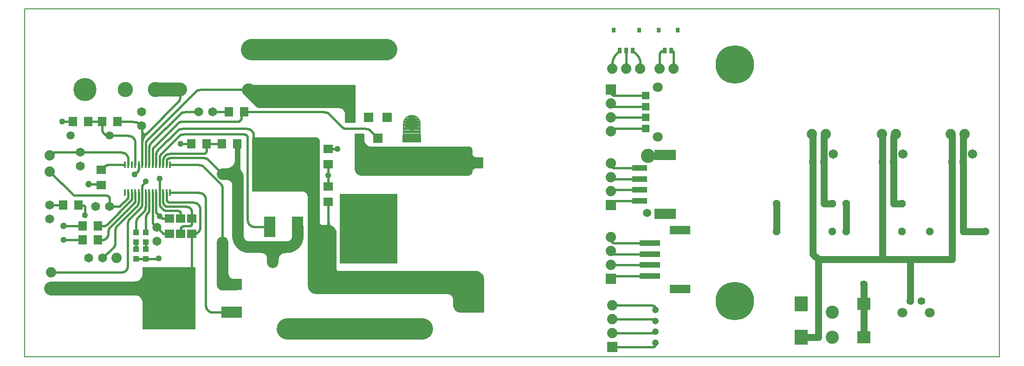
<source format=gtl>
G75*
G70*
%OFA0B0*%
%FSLAX24Y24*%
%IPPOS*%
%LPD*%
%AMOC8*
5,1,8,0,0,1.08239X$1,22.5*
%
%ADD10C,0.0050*%
%ADD11R,0.0170X0.0500*%
%ADD12R,0.0709X0.0630*%
%ADD13R,0.0630X0.0709*%
%ADD14C,0.0740*%
%ADD15C,0.0650*%
%ADD16R,0.0433X0.0433*%
%ADD17C,0.0750*%
%ADD18C,0.0594*%
%ADD19R,0.4500X0.3799*%
%ADD20R,0.0820X0.1500*%
%ADD21R,0.3799X0.4500*%
%ADD22R,0.1500X0.0820*%
%ADD23R,0.0673X0.0673*%
%ADD24C,0.1950*%
%ADD25R,0.4150X0.5000*%
%ADD26R,0.0750X0.0750*%
%ADD27R,0.1323X0.1972*%
%ADD28R,0.1323X0.0551*%
%ADD29R,0.0591X0.1535*%
%ADD30C,0.1095*%
%ADD31C,0.1660*%
%ADD32R,0.0256X0.0394*%
%ADD33R,0.0315X0.0335*%
%ADD34R,0.0555X0.0555*%
%ADD35C,0.0712*%
%ADD36R,0.1102X0.0433*%
%ADD37R,0.1535X0.0748*%
%ADD38C,0.1020*%
%ADD39R,0.1457X0.0591*%
%ADD40R,0.1457X0.0433*%
%ADD41C,0.0476*%
%ADD42R,0.0740X0.0740*%
%ADD43C,0.0555*%
%ADD44C,0.0673*%
%ADD45OC8,0.0560*%
%ADD46R,0.0945X0.1102*%
%ADD47R,0.0945X0.0900*%
%ADD48C,0.0945*%
%ADD49C,0.0160*%
%ADD50C,0.0436*%
%ADD51C,0.1000*%
%ADD52C,0.0180*%
%ADD53C,0.0080*%
%ADD54C,0.0476*%
%ADD55C,0.1540*%
%ADD56C,0.0400*%
%ADD57C,0.0820*%
%ADD58C,0.0010*%
%ADD59C,0.0500*%
%ADD60R,0.0436X0.0436*%
%ADD61C,0.2762*%
D10*
X000131Y000726D02*
X000131Y025726D01*
X070131Y025726D01*
X070131Y000726D01*
X000131Y000726D01*
X021631Y002749D02*
X021631Y002752D01*
X026031Y002749D02*
X026031Y002752D01*
X026031Y002749D02*
X026101Y002749D01*
X024351Y013776D02*
X024264Y013783D01*
X024180Y013806D01*
X024101Y013843D01*
X024030Y013893D01*
X023968Y013954D01*
X023918Y014026D01*
X023881Y014105D01*
X023859Y014189D01*
X023851Y014276D01*
X023851Y016746D01*
X024491Y016746D01*
X024491Y016316D01*
X024499Y016229D01*
X024521Y016145D01*
X024558Y016066D01*
X024608Y015994D01*
X024670Y015933D01*
X024741Y015883D01*
X024820Y015846D01*
X024904Y015823D01*
X024991Y015816D01*
X032001Y015816D01*
X032050Y015811D01*
X032097Y015797D01*
X032140Y015774D01*
X032178Y015742D01*
X032209Y015705D01*
X032232Y015661D01*
X032246Y015614D01*
X032251Y015566D01*
X032251Y015306D01*
X032256Y015257D01*
X032270Y015210D01*
X032293Y015167D01*
X032324Y015129D01*
X032362Y015098D01*
X032405Y015075D01*
X032452Y015060D01*
X032501Y015056D01*
X033011Y015056D01*
X033011Y014296D01*
X032481Y014296D01*
X032436Y014291D01*
X032393Y014278D01*
X032353Y014257D01*
X032318Y014228D01*
X032290Y014193D01*
X032269Y014154D01*
X032255Y014111D01*
X032251Y014066D01*
X032247Y014010D01*
X032231Y013956D01*
X032206Y013906D01*
X032171Y013863D01*
X032129Y013826D01*
X032080Y013799D01*
X032027Y013782D01*
X031971Y013776D01*
X024351Y013776D01*
X024262Y013784D02*
X032032Y013784D01*
X032135Y013832D02*
X024123Y013832D01*
X024046Y013881D02*
X032186Y013881D01*
X032218Y013929D02*
X023993Y013929D01*
X023951Y013978D02*
X032237Y013978D01*
X032248Y014027D02*
X023918Y014027D01*
X023895Y014075D02*
X032252Y014075D01*
X032259Y014124D02*
X023876Y014124D01*
X023863Y014172D02*
X032278Y014172D01*
X032312Y014221D02*
X023856Y014221D01*
X023852Y014269D02*
X032376Y014269D01*
X033011Y014318D02*
X023851Y014318D01*
X023851Y014366D02*
X033011Y014366D01*
X033011Y014415D02*
X023851Y014415D01*
X023851Y014463D02*
X033011Y014463D01*
X033011Y014512D02*
X023851Y014512D01*
X023851Y014561D02*
X033011Y014561D01*
X033011Y014609D02*
X023851Y014609D01*
X023851Y014658D02*
X033011Y014658D01*
X033011Y014706D02*
X023851Y014706D01*
X023851Y014755D02*
X033011Y014755D01*
X033011Y014803D02*
X023851Y014803D01*
X023851Y014852D02*
X033011Y014852D01*
X033011Y014900D02*
X023851Y014900D01*
X023851Y014949D02*
X033011Y014949D01*
X033011Y014997D02*
X023851Y014997D01*
X023851Y015046D02*
X033011Y015046D01*
X032368Y015094D02*
X023851Y015094D01*
X023851Y015143D02*
X032313Y015143D01*
X032280Y015192D02*
X023851Y015192D01*
X023851Y015240D02*
X032261Y015240D01*
X032253Y015289D02*
X023851Y015289D01*
X023851Y015337D02*
X032251Y015337D01*
X032251Y015386D02*
X023851Y015386D01*
X023851Y015434D02*
X032251Y015434D01*
X032251Y015483D02*
X023851Y015483D01*
X023851Y015531D02*
X032251Y015531D01*
X032250Y015580D02*
X023851Y015580D01*
X023851Y015628D02*
X032242Y015628D01*
X032224Y015677D02*
X023851Y015677D01*
X023851Y015726D02*
X032192Y015726D01*
X032139Y015774D02*
X023851Y015774D01*
X023851Y015823D02*
X024911Y015823D01*
X024766Y015871D02*
X023851Y015871D01*
X023851Y015920D02*
X024688Y015920D01*
X024634Y015968D02*
X023851Y015968D01*
X023851Y016017D02*
X024592Y016017D01*
X024558Y016065D02*
X023851Y016065D01*
X023851Y016114D02*
X024536Y016114D01*
X024516Y016162D02*
X023851Y016162D01*
X023851Y016211D02*
X024503Y016211D01*
X024496Y016260D02*
X023851Y016260D01*
X023851Y016308D02*
X024492Y016308D01*
X024491Y016357D02*
X023851Y016357D01*
X023851Y016405D02*
X024491Y016405D01*
X024491Y016454D02*
X023851Y016454D01*
X023851Y016502D02*
X024491Y016502D01*
X024491Y016551D02*
X023851Y016551D01*
X023851Y016599D02*
X024491Y016599D01*
X024491Y016648D02*
X023851Y016648D01*
X023851Y016696D02*
X024491Y016696D01*
X024491Y016745D02*
X023851Y016745D01*
D11*
X010556Y014526D03*
X010306Y014526D03*
X010056Y014526D03*
X009806Y014526D03*
X009556Y014526D03*
X009306Y014526D03*
X009056Y014526D03*
X008806Y014526D03*
X008556Y014526D03*
X008306Y014526D03*
X008056Y014526D03*
X007806Y014526D03*
X007556Y014526D03*
X007306Y014526D03*
X007306Y012526D03*
X007556Y012526D03*
X007806Y012526D03*
X008056Y012526D03*
X008306Y012526D03*
X008556Y012526D03*
X008806Y012526D03*
X009056Y012526D03*
X009306Y012526D03*
X009556Y012526D03*
X009806Y012526D03*
X010056Y012526D03*
X010306Y012526D03*
X010556Y012526D03*
D12*
X010531Y010677D03*
X011331Y010677D03*
X012131Y010677D03*
X012131Y009574D03*
X011331Y009574D03*
X010531Y009574D03*
X005631Y013074D03*
X005631Y014177D03*
X021931Y014574D03*
X021931Y015677D03*
X021931Y012977D03*
X021931Y011874D03*
D13*
X015382Y016026D03*
X014280Y016026D03*
X013182Y016026D03*
X012080Y016026D03*
X006782Y017626D03*
X005680Y017626D03*
X004682Y017626D03*
X003580Y017626D03*
X014780Y018326D03*
X015882Y018326D03*
X003982Y011626D03*
X002880Y011626D03*
X004280Y010126D03*
X005382Y010126D03*
X005382Y009126D03*
X004280Y009126D03*
D14*
X006731Y007826D03*
X002031Y006796D03*
X002031Y005656D03*
X017931Y007526D03*
X001931Y014056D03*
X001931Y015196D03*
X042231Y014626D03*
X042231Y013626D03*
X042231Y012626D03*
X042231Y009326D03*
X042231Y008326D03*
X042231Y007326D03*
X042331Y004426D03*
X042331Y003426D03*
X042331Y002426D03*
X056641Y016726D03*
X057641Y016726D03*
X061681Y016726D03*
X062681Y016726D03*
X066631Y016726D03*
X067631Y016726D03*
X046731Y021426D03*
X045731Y021426D03*
X044331Y021426D03*
X043331Y021426D03*
X042331Y021426D03*
X042231Y018926D03*
X042231Y017926D03*
X042231Y016926D03*
D15*
X013631Y018326D03*
X012631Y018326D03*
X008531Y018326D03*
X008531Y017326D03*
X004131Y015426D03*
X004131Y014426D03*
X005231Y011526D03*
X006231Y011526D03*
X009631Y010026D03*
X009631Y009026D03*
X005731Y007826D03*
X004731Y007826D03*
X001931Y010626D03*
X001931Y011626D03*
D16*
X008131Y009660D03*
X008831Y009660D03*
X008831Y008991D03*
X008131Y008991D03*
X008131Y008460D03*
X008831Y008460D03*
X008831Y007791D03*
X008131Y007791D03*
D17*
X014331Y008975D03*
X014331Y013876D03*
X016182Y019926D03*
X011280Y019926D03*
D18*
X006231Y016626D03*
X003431Y016626D03*
X044833Y011078D03*
D19*
X018731Y014576D03*
D20*
X017731Y010076D03*
X019731Y010076D03*
D21*
X010481Y004926D03*
D22*
X014981Y005926D03*
X014981Y003926D03*
D23*
X024161Y016426D03*
X025501Y016426D03*
X024831Y017926D03*
X023491Y017926D03*
X026171Y017926D03*
D24*
X024831Y009056D03*
D25*
X024831Y009956D03*
D26*
X032631Y014676D03*
X032631Y004376D03*
D27*
X027931Y014826D03*
D28*
X027931Y016423D03*
D29*
X023531Y019452D03*
X019031Y019452D03*
X019031Y022799D03*
X023531Y022799D03*
X021631Y006099D03*
X026031Y006099D03*
X026031Y002752D03*
X021631Y002752D03*
D30*
X009529Y019926D03*
X007364Y019926D03*
D31*
X004461Y019926D03*
D32*
X042859Y022726D03*
X043331Y022726D03*
X043803Y022726D03*
X046095Y022726D03*
X046567Y022726D03*
D33*
X047020Y024212D03*
X045642Y024212D03*
X044256Y024212D03*
X042406Y024212D03*
D34*
X044731Y019507D03*
X044731Y018719D03*
X044731Y017932D03*
X044731Y017145D03*
D35*
X045577Y016554D03*
X045577Y020097D03*
X063147Y003899D03*
X065115Y003899D03*
D36*
X044282Y011945D03*
X044282Y012732D03*
X044282Y013519D03*
X044282Y014307D03*
D37*
X046113Y015232D03*
X046113Y011019D03*
D38*
X044892Y015173D03*
D39*
X047203Y009832D03*
X047203Y005619D03*
D40*
X045037Y006545D03*
X045037Y007332D03*
X045037Y008119D03*
X045037Y008907D03*
D41*
X045431Y004107D03*
X045431Y003319D03*
X045431Y002532D03*
X045431Y001745D03*
D42*
X042331Y001426D03*
X042231Y006326D03*
X042231Y011626D03*
X042231Y019926D03*
D43*
X056737Y014726D03*
X057525Y014726D03*
X061737Y014726D03*
X062525Y014726D03*
X066737Y014726D03*
X067525Y014726D03*
X064525Y004726D03*
X063737Y004726D03*
D44*
X063194Y015316D03*
X058194Y015316D03*
X068194Y015316D03*
D45*
X063131Y011726D03*
X059131Y011726D03*
X058131Y011726D03*
X054131Y011726D03*
X054131Y009726D03*
X058131Y009726D03*
X059131Y009726D03*
X063131Y009726D03*
X065131Y009726D03*
X069131Y009726D03*
D46*
X055887Y004527D03*
X055887Y002126D03*
D47*
X060375Y002126D03*
X060375Y004527D03*
D48*
X058131Y003926D03*
X058131Y002126D03*
X028701Y002749D03*
X019001Y002749D03*
X027931Y017476D03*
X026131Y022799D03*
X016431Y022799D03*
D49*
X016217Y020316D02*
X016146Y020316D01*
X016076Y020302D01*
X016010Y020275D01*
X015951Y020236D01*
X015901Y020186D01*
X015860Y020135D01*
X015828Y020078D01*
X015807Y020016D01*
X015797Y019951D01*
X015798Y019886D01*
X015811Y019822D01*
X015834Y019761D01*
X015868Y019705D01*
X015911Y019656D01*
X016725Y018842D01*
X016784Y018791D01*
X016851Y018750D01*
X016924Y018720D01*
X017000Y018702D01*
X017078Y018696D01*
X022701Y018696D01*
X022786Y018688D01*
X022869Y018666D01*
X022946Y018630D01*
X023016Y018581D01*
X023076Y018521D01*
X023125Y018451D01*
X023161Y018373D01*
X023184Y018291D01*
X023191Y018206D01*
X023191Y017626D01*
X023801Y017626D01*
X023801Y020216D01*
X016500Y020216D01*
X016411Y020236D01*
X016352Y020275D01*
X016286Y020302D01*
X016217Y020316D01*
X016452Y020226D02*
X015942Y020226D01*
X015825Y020068D02*
X023801Y020068D01*
X023801Y019909D02*
X015798Y019909D01*
X015840Y019751D02*
X023801Y019751D01*
X023801Y019592D02*
X015974Y019592D01*
X016133Y019434D02*
X023801Y019434D01*
X023801Y019275D02*
X016291Y019275D01*
X016450Y019117D02*
X023801Y019117D01*
X023801Y018958D02*
X016609Y018958D01*
X016774Y018800D02*
X023801Y018800D01*
X023801Y018641D02*
X022922Y018641D01*
X023103Y018483D02*
X023801Y018483D01*
X023801Y018324D02*
X023175Y018324D01*
X023191Y018165D02*
X023801Y018165D01*
X023801Y018007D02*
X023191Y018007D01*
X023191Y017848D02*
X023801Y017848D01*
X023801Y017690D02*
X023191Y017690D01*
X021186Y016336D02*
X021210Y016289D01*
X021226Y016238D01*
X021231Y016186D01*
X021231Y010376D01*
X021236Y010327D01*
X021250Y010280D01*
X021273Y010237D01*
X021304Y010199D01*
X021342Y010168D01*
X021385Y010145D01*
X021432Y010130D01*
X021481Y010126D01*
X021931Y010126D01*
X022018Y010118D01*
X022102Y010096D01*
X022181Y010059D01*
X022252Y010009D01*
X022314Y009947D01*
X022364Y009876D01*
X022401Y009797D01*
X022423Y009712D01*
X022431Y009626D01*
X022431Y007026D01*
X022436Y006983D01*
X022450Y006943D01*
X022472Y006907D01*
X022503Y006877D01*
X022539Y006854D01*
X022579Y006840D01*
X022621Y006836D01*
X032511Y006836D01*
X032598Y006828D01*
X032682Y006806D01*
X032761Y006769D01*
X032832Y006719D01*
X032894Y006657D01*
X032944Y006586D01*
X032981Y006507D01*
X033003Y006422D01*
X033011Y006336D01*
X033011Y003996D01*
X031451Y003996D01*
X031364Y004003D01*
X031280Y004026D01*
X031201Y004063D01*
X031130Y004113D01*
X031068Y004174D01*
X031018Y004246D01*
X030981Y004325D01*
X030959Y004409D01*
X030951Y004496D01*
X030951Y004856D01*
X030943Y004942D01*
X030921Y005027D01*
X030884Y005106D01*
X030834Y005177D01*
X030772Y005239D01*
X030701Y005289D01*
X030622Y005326D01*
X030538Y005348D01*
X030451Y005356D01*
X021031Y005356D01*
X020944Y005363D01*
X020860Y005386D01*
X020781Y005423D01*
X020710Y005473D01*
X020648Y005534D01*
X020598Y005606D01*
X020561Y005685D01*
X020539Y005769D01*
X020531Y005856D01*
X020531Y012206D01*
X020523Y012292D01*
X020501Y012377D01*
X020464Y012456D01*
X020414Y012527D01*
X020352Y012589D01*
X020281Y012639D01*
X020202Y012676D01*
X020118Y012698D01*
X020031Y012706D01*
X016511Y012706D01*
X016511Y016456D01*
X020961Y016456D01*
X021014Y016450D01*
X021064Y016435D01*
X021111Y016410D01*
X021152Y016377D01*
X021186Y016336D01*
X021218Y016263D02*
X016511Y016263D01*
X016511Y016421D02*
X021090Y016421D01*
X021231Y016104D02*
X016511Y016104D01*
X016571Y016056D02*
X016571Y016626D01*
X016131Y016476D02*
X016131Y010576D01*
X016133Y010532D01*
X016139Y010489D01*
X016148Y010447D01*
X016161Y010405D01*
X016178Y010365D01*
X016198Y010326D01*
X016221Y010289D01*
X016248Y010255D01*
X016277Y010222D01*
X016310Y010193D01*
X016344Y010166D01*
X016381Y010143D01*
X016420Y010123D01*
X016460Y010106D01*
X016502Y010093D01*
X016544Y010084D01*
X016587Y010078D01*
X016631Y010076D01*
X017731Y010076D01*
X020531Y010080D02*
X022136Y010080D01*
X022332Y009921D02*
X020531Y009921D01*
X020531Y009763D02*
X022410Y009763D01*
X022431Y009604D02*
X020531Y009604D01*
X020531Y009446D02*
X022431Y009446D01*
X022431Y009287D02*
X020531Y009287D01*
X020531Y009128D02*
X022431Y009128D01*
X022431Y008970D02*
X020531Y008970D01*
X020531Y008811D02*
X022431Y008811D01*
X022431Y008653D02*
X020531Y008653D01*
X020531Y008494D02*
X022431Y008494D01*
X022431Y008336D02*
X020531Y008336D01*
X020531Y008177D02*
X022431Y008177D01*
X022431Y008019D02*
X020531Y008019D01*
X020531Y007860D02*
X022431Y007860D01*
X022431Y007702D02*
X020531Y007702D01*
X020531Y007543D02*
X022431Y007543D01*
X022431Y007384D02*
X020531Y007384D01*
X020531Y007226D02*
X022431Y007226D01*
X022431Y007067D02*
X020531Y007067D01*
X020531Y006909D02*
X022471Y006909D01*
X020531Y006750D02*
X032787Y006750D01*
X032940Y006592D02*
X020531Y006592D01*
X020531Y006433D02*
X033001Y006433D01*
X033011Y006275D02*
X020531Y006275D01*
X020531Y006116D02*
X033011Y006116D01*
X033011Y005958D02*
X020531Y005958D01*
X020536Y005799D02*
X033011Y005799D01*
X033011Y005641D02*
X020582Y005641D01*
X020700Y005482D02*
X033011Y005482D01*
X033011Y005323D02*
X030627Y005323D01*
X030843Y005165D02*
X033011Y005165D01*
X033011Y005006D02*
X030926Y005006D01*
X030951Y004848D02*
X033011Y004848D01*
X033011Y004689D02*
X030951Y004689D01*
X030951Y004531D02*
X033011Y004531D01*
X033011Y004372D02*
X030968Y004372D01*
X031040Y004214D02*
X033011Y004214D01*
X033011Y004055D02*
X031217Y004055D01*
X014981Y003926D02*
X013631Y003926D01*
X013587Y003928D01*
X013544Y003934D01*
X013502Y003943D01*
X013460Y003956D01*
X013420Y003973D01*
X013381Y003993D01*
X013344Y004016D01*
X013310Y004043D01*
X013277Y004072D01*
X013248Y004105D01*
X013221Y004139D01*
X013198Y004176D01*
X013178Y004215D01*
X013161Y004255D01*
X013148Y004297D01*
X013139Y004339D01*
X013133Y004382D01*
X013131Y004426D01*
X013131Y012026D01*
X013129Y012070D01*
X013123Y012113D01*
X013114Y012155D01*
X013101Y012197D01*
X013084Y012237D01*
X013064Y012276D01*
X013041Y012313D01*
X013014Y012347D01*
X012985Y012380D01*
X012952Y012409D01*
X012918Y012436D01*
X012881Y012459D01*
X012842Y012479D01*
X012802Y012496D01*
X012760Y012509D01*
X012718Y012518D01*
X012675Y012524D01*
X012631Y012526D01*
X010556Y012526D01*
X010306Y012526D02*
X010306Y012076D01*
X010056Y011876D02*
X010058Y011839D01*
X010064Y011803D01*
X010073Y011768D01*
X010086Y011734D01*
X010103Y011701D01*
X010123Y011670D01*
X010146Y011642D01*
X010172Y011616D01*
X010200Y011593D01*
X010231Y011573D01*
X010264Y011556D01*
X010298Y011543D01*
X010333Y011534D01*
X010369Y011528D01*
X010406Y011526D01*
X011731Y011526D01*
X011770Y011524D01*
X011809Y011518D01*
X011847Y011509D01*
X011884Y011496D01*
X011920Y011479D01*
X011953Y011459D01*
X011985Y011435D01*
X012014Y011409D01*
X012040Y011380D01*
X012064Y011348D01*
X012084Y011315D01*
X012101Y011279D01*
X012114Y011242D01*
X012123Y011204D01*
X012129Y011165D01*
X012131Y011126D01*
X012131Y010677D01*
X012131Y010326D01*
X012129Y010300D01*
X012124Y010274D01*
X012116Y010249D01*
X012104Y010226D01*
X012090Y010204D01*
X012072Y010185D01*
X012053Y010167D01*
X012031Y010153D01*
X012008Y010141D01*
X011983Y010133D01*
X011957Y010128D01*
X011931Y010126D01*
X011531Y010126D01*
X011505Y010124D01*
X011479Y010119D01*
X011454Y010111D01*
X011431Y010099D01*
X011409Y010085D01*
X011390Y010067D01*
X011372Y010048D01*
X011358Y010026D01*
X011346Y010003D01*
X011338Y009978D01*
X011333Y009952D01*
X011331Y009926D01*
X011331Y009574D01*
X012131Y009574D02*
X012131Y006156D01*
X012123Y006097D01*
X012111Y006039D01*
X012095Y005982D01*
X012075Y005926D01*
X012052Y005872D01*
X012025Y005819D01*
X011994Y005768D01*
X011961Y005719D01*
X011924Y005673D01*
X011884Y005628D01*
X011842Y005587D01*
X011797Y005549D01*
X011749Y005513D01*
X011700Y005481D01*
X011648Y005452D01*
X011595Y005426D01*
X011540Y005404D01*
X011483Y005386D01*
X011426Y005371D01*
X011367Y005360D01*
X011309Y005353D01*
X011249Y005350D01*
X011190Y005351D01*
X011131Y005356D01*
X007031Y006796D02*
X002031Y006796D01*
X005731Y007826D02*
X006490Y008584D01*
X006631Y008926D02*
X006631Y009819D01*
X006272Y010068D02*
X006244Y010036D01*
X006218Y010003D01*
X006196Y009968D01*
X006176Y009930D01*
X006160Y009891D01*
X006147Y009851D01*
X006138Y009810D01*
X006133Y009768D01*
X006131Y009726D01*
X006131Y009626D01*
X006272Y010067D02*
X007983Y011777D01*
X008410Y011404D02*
X008439Y011437D01*
X008466Y011471D01*
X008489Y011508D01*
X008509Y011547D01*
X008526Y011587D01*
X008539Y011629D01*
X008548Y011671D01*
X008554Y011714D01*
X008556Y011758D01*
X008556Y012526D01*
X008556Y012947D01*
X008629Y013124D02*
X008831Y013326D01*
X008629Y013124D02*
X008611Y013103D01*
X008594Y013080D01*
X008581Y013055D01*
X008570Y013030D01*
X008562Y013003D01*
X008558Y012975D01*
X008556Y012947D01*
X008306Y012526D02*
X008306Y011908D01*
X008056Y011954D02*
X008056Y012526D01*
X007806Y012526D02*
X007806Y012104D01*
X008056Y011954D02*
X008054Y011926D01*
X008050Y011898D01*
X008042Y011871D01*
X008031Y011846D01*
X008018Y011821D01*
X008001Y011798D01*
X007983Y011777D01*
X008160Y011554D02*
X008189Y011587D01*
X008216Y011621D01*
X008239Y011658D01*
X008259Y011697D01*
X008276Y011737D01*
X008289Y011779D01*
X008298Y011821D01*
X008304Y011864D01*
X008306Y011908D01*
X007733Y011927D02*
X006077Y010272D01*
X005724Y010126D02*
X005382Y010126D01*
X004280Y010126D02*
X002931Y010126D01*
X004458Y010899D02*
X004458Y011447D01*
X004385Y011623D02*
X003982Y011626D01*
X004385Y011624D02*
X004403Y011603D01*
X004420Y011580D01*
X004433Y011555D01*
X004444Y011530D01*
X004452Y011503D01*
X004456Y011475D01*
X004458Y011447D01*
X002880Y011626D02*
X001931Y011626D01*
X003588Y012399D02*
X001931Y014056D01*
X001931Y015196D02*
X002088Y015352D01*
X002265Y015426D02*
X004131Y015426D01*
X007056Y015426D01*
X007100Y015424D01*
X007143Y015418D01*
X007185Y015409D01*
X007227Y015396D01*
X007267Y015379D01*
X007306Y015359D01*
X007343Y015336D01*
X007377Y015309D01*
X007410Y015280D01*
X007439Y015247D01*
X007466Y015213D01*
X007489Y015176D01*
X007509Y015137D01*
X007526Y015097D01*
X007539Y015055D01*
X007548Y015013D01*
X007554Y014970D01*
X007556Y014926D01*
X007556Y014526D01*
X007306Y014526D02*
X006083Y014526D01*
X005907Y014452D02*
X005631Y014177D01*
X005906Y014453D02*
X005927Y014471D01*
X005950Y014488D01*
X005975Y014501D01*
X006000Y014512D01*
X006027Y014520D01*
X006055Y014524D01*
X006083Y014526D01*
X008056Y014526D02*
X008056Y016126D01*
X008054Y016170D01*
X008048Y016213D01*
X008039Y016255D01*
X008026Y016297D01*
X008009Y016337D01*
X007989Y016376D01*
X007966Y016413D01*
X007939Y016447D01*
X007910Y016480D01*
X007877Y016509D01*
X007843Y016536D01*
X007806Y016559D01*
X007767Y016579D01*
X007727Y016596D01*
X007685Y016609D01*
X007643Y016618D01*
X007600Y016624D01*
X007556Y016626D01*
X006231Y016626D01*
X006180Y016626D01*
X006136Y016628D01*
X006093Y016634D01*
X006051Y016643D01*
X006009Y016656D01*
X005969Y016673D01*
X005930Y016693D01*
X005893Y016716D01*
X005859Y016743D01*
X005826Y016772D01*
X005797Y016805D01*
X005770Y016839D01*
X005747Y016876D01*
X005727Y016915D01*
X005710Y016955D01*
X005697Y016997D01*
X005688Y017039D01*
X005682Y017082D01*
X005680Y017126D01*
X005680Y017626D01*
X004682Y017626D01*
X003580Y017626D02*
X002831Y017626D01*
X006782Y017626D02*
X007900Y017626D01*
X008465Y017391D02*
X008531Y017326D01*
X008556Y017275D02*
X008556Y016129D01*
X008556Y014526D01*
X008306Y014526D02*
X008306Y014204D01*
X008233Y014027D02*
X008031Y013826D01*
X008233Y014027D02*
X008251Y014048D01*
X008268Y014071D01*
X008281Y014096D01*
X008292Y014121D01*
X008300Y014148D01*
X008304Y014176D01*
X008306Y014204D01*
X008806Y014526D02*
X008806Y015994D01*
X009056Y015744D02*
X009056Y014526D01*
X009306Y014526D02*
X009306Y015597D01*
X009379Y015774D02*
X011158Y017552D01*
X011335Y017626D02*
X015435Y017626D01*
X015471Y017638D01*
X015506Y017654D01*
X015538Y017674D01*
X015569Y017697D01*
X015597Y017723D01*
X015622Y017752D01*
X015644Y017783D01*
X015662Y017816D01*
X015677Y017851D01*
X015688Y017888D01*
X015695Y017925D01*
X015699Y017963D01*
X015698Y018001D01*
X015694Y018039D01*
X015685Y018076D01*
X015882Y018326D01*
X014780Y018326D02*
X013631Y018326D01*
X012631Y018326D02*
X011638Y018326D01*
X011285Y018179D02*
X009202Y016097D01*
X008556Y016129D02*
X008558Y016181D01*
X008563Y016232D01*
X008572Y016283D01*
X008584Y016333D01*
X008599Y016382D01*
X008618Y016430D01*
X008640Y016477D01*
X008664Y016522D01*
X008692Y016566D01*
X008722Y016608D01*
X008755Y016647D01*
X008790Y016685D01*
X008921Y016815D01*
X011134Y019028D01*
X011280Y019382D02*
X011280Y019926D01*
X012385Y019779D02*
X008952Y016347D01*
X008617Y016769D02*
X008591Y016796D01*
X008617Y016769D02*
X008637Y016755D01*
X008658Y016743D01*
X008680Y016734D01*
X008703Y016728D01*
X008727Y016725D01*
X008751Y016726D01*
X008779Y016730D01*
X008806Y016737D01*
X008832Y016748D01*
X008857Y016761D01*
X008880Y016777D01*
X008901Y016795D01*
X008920Y016815D01*
X008591Y016796D02*
X008578Y016834D01*
X008568Y016873D01*
X008561Y016913D01*
X008556Y016953D01*
X008555Y016994D01*
X008557Y017034D01*
X008561Y017074D01*
X008561Y017075D02*
X008551Y017256D01*
X008556Y017275D02*
X008553Y017289D01*
X008548Y017302D01*
X008541Y017315D01*
X008531Y017325D01*
X008466Y017392D02*
X008427Y017427D01*
X008387Y017461D01*
X008344Y017491D01*
X008300Y017519D01*
X008254Y017543D01*
X008206Y017565D01*
X008157Y017584D01*
X008107Y017599D01*
X008056Y017611D01*
X008004Y017619D01*
X007952Y017624D01*
X007900Y017626D01*
X009702Y015597D02*
X011085Y016979D01*
X011438Y017126D02*
X016071Y017126D01*
X015881Y016726D02*
X011538Y016726D01*
X011438Y017126D02*
X011394Y017124D01*
X011351Y017118D01*
X011309Y017109D01*
X011267Y017096D01*
X011227Y017079D01*
X011188Y017059D01*
X011151Y017036D01*
X011117Y017009D01*
X011084Y016980D01*
X011185Y016579D02*
X009952Y015347D01*
X009702Y015598D02*
X009673Y015565D01*
X009646Y015531D01*
X009623Y015494D01*
X009603Y015455D01*
X009586Y015415D01*
X009573Y015373D01*
X009564Y015331D01*
X009558Y015288D01*
X009556Y015244D01*
X009556Y014526D01*
X009806Y014526D02*
X009806Y014994D01*
X010056Y014826D02*
X010056Y014526D01*
X010306Y014526D02*
X010306Y014776D01*
X009806Y014994D02*
X009808Y015038D01*
X009814Y015081D01*
X009823Y015123D01*
X009836Y015165D01*
X009853Y015205D01*
X009873Y015244D01*
X009896Y015281D01*
X009923Y015315D01*
X009952Y015348D01*
X009306Y015597D02*
X009308Y015625D01*
X009312Y015653D01*
X009320Y015680D01*
X009331Y015705D01*
X009344Y015730D01*
X009361Y015753D01*
X009379Y015774D01*
X009056Y015744D02*
X009058Y015788D01*
X009064Y015831D01*
X009073Y015873D01*
X009086Y015915D01*
X009103Y015955D01*
X009123Y015994D01*
X009146Y016031D01*
X009173Y016065D01*
X009202Y016098D01*
X008952Y016348D02*
X008923Y016315D01*
X008896Y016281D01*
X008873Y016244D01*
X008853Y016205D01*
X008836Y016165D01*
X008823Y016123D01*
X008814Y016081D01*
X008808Y016038D01*
X008806Y015994D01*
X010556Y015326D02*
X012932Y015326D01*
X012962Y015328D01*
X012992Y015333D01*
X013021Y015342D01*
X013048Y015355D01*
X013074Y015370D01*
X013098Y015389D01*
X013119Y015410D01*
X013138Y015434D01*
X013153Y015460D01*
X013166Y015487D01*
X013175Y015516D01*
X013180Y015546D01*
X013182Y015576D01*
X013182Y016026D01*
X014280Y016026D01*
X015881Y016726D02*
X015911Y016724D01*
X015941Y016719D01*
X015970Y016710D01*
X015997Y016697D01*
X016023Y016682D01*
X016047Y016663D01*
X016068Y016642D01*
X016087Y016618D01*
X016102Y016592D01*
X016115Y016565D01*
X016124Y016536D01*
X016129Y016506D01*
X016131Y016476D01*
X016571Y016626D02*
X016569Y016670D01*
X016563Y016713D01*
X016554Y016755D01*
X016541Y016797D01*
X016524Y016837D01*
X016504Y016876D01*
X016481Y016913D01*
X016454Y016947D01*
X016425Y016980D01*
X016392Y017009D01*
X016358Y017036D01*
X016321Y017059D01*
X016282Y017079D01*
X016242Y017096D01*
X016200Y017109D01*
X016158Y017118D01*
X016115Y017124D01*
X016071Y017126D01*
X016511Y015946D02*
X021231Y015946D01*
X021231Y015787D02*
X016511Y015787D01*
X016511Y015629D02*
X021231Y015629D01*
X021231Y015470D02*
X016511Y015470D01*
X016511Y015312D02*
X021231Y015312D01*
X021231Y015153D02*
X016511Y015153D01*
X016511Y014995D02*
X021231Y014995D01*
X021231Y014836D02*
X016511Y014836D01*
X016511Y014677D02*
X021231Y014677D01*
X021231Y014519D02*
X016511Y014519D01*
X016511Y014360D02*
X021231Y014360D01*
X021231Y014202D02*
X016511Y014202D01*
X016511Y014043D02*
X021231Y014043D01*
X021231Y013885D02*
X016511Y013885D01*
X016511Y013726D02*
X021231Y013726D01*
X021231Y013568D02*
X016511Y013568D01*
X016511Y013409D02*
X021231Y013409D01*
X021231Y013251D02*
X016511Y013251D01*
X016511Y013092D02*
X021231Y013092D01*
X021231Y012934D02*
X016511Y012934D01*
X016511Y012775D02*
X021231Y012775D01*
X021231Y012616D02*
X020313Y012616D01*
X020463Y012458D02*
X021231Y012458D01*
X021231Y012299D02*
X020522Y012299D01*
X020531Y012141D02*
X021231Y012141D01*
X021231Y011982D02*
X020531Y011982D01*
X020531Y011824D02*
X021231Y011824D01*
X021231Y011665D02*
X020531Y011665D01*
X020531Y011507D02*
X021231Y011507D01*
X021231Y011348D02*
X020531Y011348D01*
X020531Y011190D02*
X021231Y011190D01*
X021231Y011031D02*
X020531Y011031D01*
X020531Y010872D02*
X021231Y010872D01*
X021231Y010714D02*
X020531Y010714D01*
X020531Y010555D02*
X021231Y010555D01*
X021231Y010397D02*
X020531Y010397D01*
X020531Y010238D02*
X021272Y010238D01*
X014331Y008976D02*
X014331Y012819D01*
X014185Y013172D02*
X012977Y014379D01*
X013329Y014880D02*
X013296Y014909D01*
X013262Y014936D01*
X013225Y014959D01*
X013186Y014979D01*
X013146Y014996D01*
X013104Y015009D01*
X013062Y015018D01*
X013019Y015024D01*
X012975Y015026D01*
X010556Y015026D01*
X010556Y015326D02*
X010512Y015324D01*
X010469Y015318D01*
X010427Y015309D01*
X010385Y015296D01*
X010345Y015279D01*
X010306Y015259D01*
X010269Y015236D01*
X010235Y015209D01*
X010202Y015180D01*
X010173Y015147D01*
X010146Y015113D01*
X010123Y015076D01*
X010103Y015037D01*
X010086Y014997D01*
X010073Y014955D01*
X010064Y014913D01*
X010058Y014870D01*
X010056Y014826D01*
X010306Y014776D02*
X010308Y014806D01*
X010313Y014836D01*
X010322Y014865D01*
X010335Y014892D01*
X010350Y014918D01*
X010369Y014942D01*
X010390Y014963D01*
X010414Y014982D01*
X010440Y014997D01*
X010467Y015010D01*
X010496Y015019D01*
X010526Y015024D01*
X010556Y015026D01*
X010556Y014526D02*
X012624Y014526D01*
X013328Y014879D02*
X014331Y013876D01*
X012978Y014380D02*
X012945Y014409D01*
X012911Y014436D01*
X012874Y014459D01*
X012835Y014479D01*
X012795Y014496D01*
X012753Y014509D01*
X012711Y014518D01*
X012668Y014524D01*
X012624Y014526D01*
X009811Y013525D02*
X009805Y013511D01*
X009802Y013496D01*
X009803Y013480D01*
X009806Y013465D01*
X009806Y012526D01*
X009806Y011826D01*
X010056Y011876D02*
X010056Y012526D01*
X009556Y012526D02*
X009556Y011204D01*
X009629Y011027D02*
X009831Y010826D01*
X009907Y010750D01*
X010083Y010677D02*
X010531Y010677D01*
X010083Y010677D02*
X010055Y010679D01*
X010027Y010683D01*
X010000Y010691D01*
X009975Y010702D01*
X009950Y010715D01*
X009927Y010732D01*
X009906Y010750D01*
X009306Y010454D02*
X009308Y010426D01*
X009312Y010398D01*
X009320Y010371D01*
X009331Y010346D01*
X009344Y010321D01*
X009361Y010298D01*
X009379Y010277D01*
X009631Y010026D01*
X010009Y009648D01*
X010186Y009574D02*
X010531Y009574D01*
X010186Y009574D02*
X010158Y009576D01*
X010130Y009580D01*
X010103Y009588D01*
X010078Y009599D01*
X010053Y009612D01*
X010030Y009629D01*
X010009Y009647D01*
X008831Y009660D02*
X008831Y010784D01*
X008833Y010817D01*
X008838Y010851D01*
X008846Y010883D01*
X008857Y010914D01*
X008871Y010945D01*
X008888Y010973D01*
X008908Y011000D01*
X008931Y011025D01*
X008660Y011154D02*
X008277Y010772D01*
X008131Y010419D02*
X008131Y009660D01*
X006777Y010173D02*
X006748Y010140D01*
X006721Y010106D01*
X006698Y010069D01*
X006678Y010030D01*
X006661Y009990D01*
X006648Y009948D01*
X006639Y009906D01*
X006633Y009863D01*
X006631Y009819D01*
X006131Y009626D02*
X006129Y009582D01*
X006123Y009539D01*
X006114Y009497D01*
X006101Y009455D01*
X006084Y009415D01*
X006064Y009376D01*
X006041Y009339D01*
X006014Y009305D01*
X005985Y009272D01*
X005952Y009243D01*
X005918Y009216D01*
X005881Y009193D01*
X005842Y009173D01*
X005802Y009156D01*
X005760Y009143D01*
X005718Y009134D01*
X005675Y009128D01*
X005631Y009126D01*
X005382Y009126D01*
X006490Y008584D02*
X006518Y008616D01*
X006544Y008649D01*
X006566Y008684D01*
X006586Y008722D01*
X006602Y008761D01*
X006615Y008801D01*
X006624Y008842D01*
X006629Y008884D01*
X006631Y008926D01*
X008131Y008991D02*
X008131Y008460D01*
X008831Y008460D02*
X008831Y008991D01*
X008831Y007791D02*
X008131Y007791D01*
X009730Y007791D01*
X009736Y007792D01*
X009741Y007796D01*
X008850Y007772D02*
X008831Y007791D01*
X007531Y007296D02*
X007531Y010319D01*
X007533Y010363D01*
X007539Y010406D01*
X007548Y010448D01*
X007561Y010490D01*
X007578Y010530D01*
X007598Y010569D01*
X007621Y010606D01*
X007648Y010640D01*
X007677Y010673D01*
X007677Y010672D02*
X008410Y011404D01*
X008660Y011154D02*
X008689Y011187D01*
X008716Y011221D01*
X008739Y011258D01*
X008759Y011297D01*
X008776Y011337D01*
X008789Y011379D01*
X008798Y011421D01*
X008804Y011464D01*
X008806Y011508D01*
X008806Y012526D01*
X009056Y012526D02*
X009056Y011327D01*
X009054Y011290D01*
X009050Y011253D01*
X009041Y011216D01*
X009030Y011181D01*
X009016Y011147D01*
X008999Y011113D01*
X008979Y011082D01*
X008956Y011053D01*
X008931Y011025D01*
X009556Y011204D02*
X009558Y011176D01*
X009562Y011148D01*
X009570Y011121D01*
X009581Y011096D01*
X009594Y011071D01*
X009611Y011048D01*
X009629Y011027D01*
X010406Y011226D02*
X011131Y011226D01*
X011157Y011224D01*
X011183Y011219D01*
X011208Y011211D01*
X011231Y011199D01*
X011253Y011185D01*
X011272Y011167D01*
X011290Y011148D01*
X011304Y011126D01*
X011316Y011103D01*
X011324Y011078D01*
X011329Y011052D01*
X011331Y011026D01*
X011331Y010677D01*
X012231Y011826D02*
X012275Y011824D01*
X012318Y011818D01*
X012360Y011809D01*
X012402Y011796D01*
X012442Y011779D01*
X012481Y011759D01*
X012518Y011736D01*
X012552Y011709D01*
X012585Y011680D01*
X012614Y011647D01*
X012641Y011613D01*
X012664Y011576D01*
X012684Y011537D01*
X012701Y011497D01*
X012714Y011455D01*
X012723Y011413D01*
X012729Y011370D01*
X012731Y011326D01*
X012731Y010074D01*
X012729Y010030D01*
X012723Y009987D01*
X012714Y009945D01*
X012701Y009903D01*
X012684Y009863D01*
X012664Y009824D01*
X012641Y009787D01*
X012614Y009753D01*
X012585Y009720D01*
X012552Y009691D01*
X012518Y009664D01*
X012481Y009641D01*
X012442Y009621D01*
X012402Y009604D01*
X012360Y009591D01*
X012318Y009582D01*
X012275Y009576D01*
X012231Y009574D01*
X012131Y009574D01*
X009306Y010454D02*
X009306Y012526D01*
X010306Y012076D02*
X010308Y012046D01*
X010313Y012016D01*
X010322Y011987D01*
X010335Y011960D01*
X010350Y011934D01*
X010369Y011910D01*
X010390Y011889D01*
X010414Y011870D01*
X010440Y011855D01*
X010467Y011842D01*
X010496Y011833D01*
X010526Y011828D01*
X010556Y011826D01*
X012231Y011826D01*
X010406Y011226D02*
X010359Y011228D01*
X010312Y011233D01*
X010266Y011243D01*
X010221Y011255D01*
X010176Y011272D01*
X010134Y011291D01*
X010093Y011314D01*
X010053Y011341D01*
X010016Y011370D01*
X009982Y011402D01*
X009950Y011436D01*
X009921Y011473D01*
X009894Y011513D01*
X009871Y011554D01*
X009852Y011596D01*
X009835Y011641D01*
X009823Y011686D01*
X009813Y011732D01*
X009808Y011779D01*
X009806Y011826D01*
X008160Y011554D02*
X006777Y010172D01*
X006078Y010272D02*
X006045Y010243D01*
X006011Y010216D01*
X005974Y010193D01*
X005935Y010173D01*
X005895Y010156D01*
X005853Y010143D01*
X005811Y010134D01*
X005768Y010128D01*
X005724Y010126D01*
X004280Y009126D02*
X002931Y009126D01*
X007031Y006796D02*
X007075Y006798D01*
X007118Y006804D01*
X007160Y006813D01*
X007202Y006826D01*
X007242Y006843D01*
X007281Y006863D01*
X007318Y006886D01*
X007352Y006913D01*
X007385Y006942D01*
X007414Y006975D01*
X007441Y007009D01*
X007464Y007046D01*
X007484Y007085D01*
X007501Y007125D01*
X007514Y007167D01*
X007523Y007209D01*
X007529Y007252D01*
X007531Y007296D01*
X008131Y010419D02*
X008133Y010463D01*
X008139Y010506D01*
X008148Y010548D01*
X008161Y010590D01*
X008178Y010630D01*
X008198Y010669D01*
X008221Y010706D01*
X008248Y010740D01*
X008277Y010773D01*
X007004Y011599D02*
X007483Y012077D01*
X007733Y011927D02*
X007751Y011948D01*
X007768Y011971D01*
X007781Y011996D01*
X007792Y012021D01*
X007800Y012048D01*
X007804Y012076D01*
X007806Y012104D01*
X007556Y012254D02*
X007556Y012526D01*
X007556Y012254D02*
X007554Y012226D01*
X007550Y012198D01*
X007542Y012171D01*
X007531Y012146D01*
X007518Y012121D01*
X007501Y012098D01*
X007483Y012077D01*
X007004Y011599D02*
X006983Y011581D01*
X006960Y011564D01*
X006935Y011551D01*
X006910Y011540D01*
X006883Y011532D01*
X006855Y011528D01*
X006827Y011526D01*
X006231Y011526D01*
X006231Y012076D01*
X006229Y012106D01*
X006224Y012136D01*
X006215Y012165D01*
X006202Y012192D01*
X006187Y012218D01*
X006168Y012242D01*
X006147Y012263D01*
X006123Y012282D01*
X006097Y012297D01*
X006070Y012310D01*
X006041Y012319D01*
X006011Y012324D01*
X005981Y012326D01*
X003765Y012326D01*
X003737Y012328D01*
X003709Y012332D01*
X003682Y012340D01*
X003657Y012351D01*
X003632Y012364D01*
X003609Y012381D01*
X003588Y012399D01*
X004731Y013126D02*
X005507Y013126D01*
X005530Y013125D01*
X005552Y013120D01*
X005574Y013113D01*
X005595Y013103D01*
X005614Y013090D01*
X005631Y013075D01*
X002265Y015426D02*
X002237Y015424D01*
X002209Y015420D01*
X002182Y015412D01*
X002157Y015401D01*
X002132Y015388D01*
X002109Y015371D01*
X002088Y015353D01*
X011331Y016026D02*
X012080Y016026D01*
X011538Y016726D02*
X011494Y016724D01*
X011451Y016718D01*
X011409Y016709D01*
X011367Y016696D01*
X011327Y016679D01*
X011288Y016659D01*
X011251Y016636D01*
X011217Y016609D01*
X011184Y016580D01*
X011158Y017553D02*
X011179Y017571D01*
X011202Y017588D01*
X011227Y017601D01*
X011252Y017612D01*
X011279Y017620D01*
X011307Y017624D01*
X011335Y017626D01*
X011284Y018180D02*
X011317Y018209D01*
X011351Y018236D01*
X011388Y018259D01*
X011427Y018279D01*
X011467Y018296D01*
X011509Y018309D01*
X011551Y018318D01*
X011594Y018324D01*
X011638Y018326D01*
X011134Y019028D02*
X011163Y019061D01*
X011190Y019095D01*
X011213Y019132D01*
X011233Y019171D01*
X011250Y019211D01*
X011263Y019253D01*
X011272Y019295D01*
X011278Y019338D01*
X011280Y019382D01*
X012384Y019780D02*
X012417Y019809D01*
X012451Y019836D01*
X012488Y019859D01*
X012527Y019879D01*
X012567Y019896D01*
X012609Y019909D01*
X012651Y019918D01*
X012694Y019924D01*
X012738Y019926D01*
X016182Y019926D01*
X014185Y013173D02*
X014214Y013140D01*
X014241Y013106D01*
X014264Y013069D01*
X014284Y013030D01*
X014301Y012990D01*
X014314Y012948D01*
X014323Y012906D01*
X014329Y012863D01*
X014331Y012819D01*
X045731Y021426D02*
X045731Y022476D01*
X045733Y022506D01*
X045738Y022536D01*
X045747Y022565D01*
X045760Y022592D01*
X045775Y022618D01*
X045794Y022642D01*
X045815Y022663D01*
X045839Y022682D01*
X045865Y022697D01*
X045892Y022710D01*
X045921Y022719D01*
X045951Y022724D01*
X045981Y022726D01*
X046095Y022726D01*
X046567Y022726D02*
X046590Y022724D01*
X046613Y022719D01*
X046635Y022711D01*
X046656Y022700D01*
X046674Y022686D01*
X046691Y022669D01*
X046705Y022651D01*
X046716Y022630D01*
X046724Y022608D01*
X046729Y022585D01*
X046731Y022562D01*
X046731Y021426D01*
D50*
X022601Y015676D03*
X021931Y013766D03*
X011331Y016026D03*
X008031Y013826D03*
X008831Y013326D03*
X009811Y013526D03*
X004458Y010899D03*
X002931Y009126D03*
X009741Y007796D03*
X009831Y010826D03*
X002831Y017626D03*
D51*
X009529Y019926D02*
X011280Y019926D01*
X009951Y006606D02*
X009081Y006606D01*
X009081Y006656D01*
X009079Y006596D01*
X009074Y006535D01*
X009065Y006476D01*
X009052Y006417D01*
X009036Y006358D01*
X009016Y006301D01*
X008993Y006246D01*
X008966Y006191D01*
X008937Y006139D01*
X008904Y006088D01*
X008868Y006039D01*
X008830Y005993D01*
X008788Y005949D01*
X008744Y005907D01*
X008698Y005869D01*
X008649Y005833D01*
X008598Y005800D01*
X008546Y005771D01*
X008491Y005744D01*
X008436Y005721D01*
X008379Y005701D01*
X008320Y005685D01*
X008261Y005672D01*
X008202Y005663D01*
X008141Y005658D01*
X008081Y005656D01*
X009731Y005656D01*
X010251Y005356D01*
X010285Y005344D01*
X010318Y005328D01*
X010348Y005309D01*
X010377Y005287D01*
X010403Y005262D01*
X010426Y005234D01*
X010446Y005204D01*
X010463Y005173D01*
X010477Y005139D01*
X010487Y005104D01*
X010493Y005069D01*
X010496Y005033D01*
X010495Y004997D01*
X010490Y004961D01*
X010481Y004926D01*
X009081Y004656D02*
X009081Y004576D01*
X009081Y004656D02*
X009079Y004716D01*
X009074Y004777D01*
X009065Y004836D01*
X009052Y004895D01*
X009036Y004954D01*
X009016Y005011D01*
X008993Y005066D01*
X008966Y005121D01*
X008937Y005173D01*
X008904Y005224D01*
X008868Y005273D01*
X008830Y005319D01*
X008788Y005363D01*
X008744Y005405D01*
X008698Y005443D01*
X008649Y005479D01*
X008598Y005512D01*
X008546Y005541D01*
X008491Y005568D01*
X008436Y005591D01*
X008379Y005611D01*
X008320Y005627D01*
X008261Y005640D01*
X008202Y005649D01*
X008141Y005654D01*
X008081Y005656D01*
X002031Y005656D01*
X009951Y006606D02*
X009988Y006604D01*
X010025Y006599D01*
X010061Y006590D01*
X010096Y006577D01*
X010130Y006561D01*
X010162Y006542D01*
X010192Y006520D01*
X010220Y006495D01*
X010245Y006467D01*
X010267Y006437D01*
X010286Y006405D01*
X010302Y006371D01*
X010315Y006336D01*
X010324Y006300D01*
X010329Y006263D01*
X010331Y006226D01*
D52*
X009731Y005656D02*
X011131Y005356D01*
X014331Y008975D02*
X014331Y008976D01*
X021641Y010056D02*
X021673Y010058D01*
X021706Y010063D01*
X021737Y010072D01*
X021767Y010085D01*
X021795Y010100D01*
X021822Y010119D01*
X021846Y010141D01*
X021868Y010165D01*
X021887Y010192D01*
X021902Y010220D01*
X021915Y010250D01*
X021924Y010281D01*
X021929Y010314D01*
X021931Y010346D01*
X021931Y010423D02*
X021931Y011874D01*
X021931Y012977D02*
X021931Y013766D01*
X021931Y014574D01*
X021931Y015677D02*
X022600Y015677D01*
X022601Y015677D01*
X022601Y015677D01*
X022601Y015676D01*
X024594Y017126D02*
X024638Y017124D01*
X024681Y017118D01*
X024723Y017109D01*
X024765Y017096D01*
X024805Y017079D01*
X024844Y017059D01*
X024881Y017036D01*
X024915Y017009D01*
X024948Y016980D01*
X024947Y016979D02*
X025501Y016426D01*
X024594Y017126D02*
X023238Y017126D01*
X022885Y017272D02*
X021977Y018179D01*
X021624Y018326D02*
X015882Y018326D01*
X021624Y018326D02*
X021668Y018324D01*
X021711Y018318D01*
X021753Y018309D01*
X021795Y018296D01*
X021835Y018279D01*
X021874Y018259D01*
X021911Y018236D01*
X021945Y018209D01*
X021978Y018180D01*
X022884Y017272D02*
X022917Y017243D01*
X022951Y017216D01*
X022988Y017193D01*
X023027Y017173D01*
X023067Y017156D01*
X023109Y017143D01*
X023151Y017134D01*
X023194Y017128D01*
X023238Y017126D01*
X021931Y010423D02*
X021933Y010379D01*
X021939Y010336D01*
X021948Y010294D01*
X021961Y010252D01*
X021978Y010212D01*
X021998Y010173D01*
X022021Y010136D01*
X022048Y010102D01*
X022077Y010069D01*
X022131Y010016D01*
X042231Y009326D02*
X042231Y009157D01*
X042233Y009127D01*
X042238Y009097D01*
X042247Y009068D01*
X042260Y009041D01*
X042275Y009015D01*
X042294Y008991D01*
X042315Y008970D01*
X042339Y008951D01*
X042365Y008936D01*
X042392Y008923D01*
X042421Y008914D01*
X042451Y008909D01*
X042481Y008907D01*
X045037Y008907D01*
X045037Y008119D02*
X042437Y008119D01*
X042437Y008120D02*
X042410Y008122D01*
X042384Y008127D01*
X042358Y008136D01*
X042334Y008148D01*
X042312Y008163D01*
X042291Y008180D01*
X042274Y008201D01*
X042259Y008223D01*
X042247Y008247D01*
X042238Y008273D01*
X042233Y008299D01*
X042231Y008326D01*
X042237Y007332D02*
X045037Y007332D01*
X045037Y006545D02*
X042450Y006545D01*
X042421Y006543D01*
X042393Y006538D01*
X042366Y006528D01*
X042340Y006516D01*
X042317Y006500D01*
X042295Y006481D01*
X042276Y006459D01*
X042260Y006436D01*
X042248Y006410D01*
X042238Y006383D01*
X042233Y006355D01*
X042231Y006326D01*
X042231Y007326D02*
X042232Y007329D01*
X042234Y007331D01*
X042237Y007332D01*
X042331Y004426D02*
X045181Y004426D01*
X045211Y004424D01*
X045241Y004419D01*
X045270Y004410D01*
X045297Y004397D01*
X045323Y004382D01*
X045347Y004363D01*
X045368Y004342D01*
X045387Y004318D01*
X045402Y004292D01*
X045415Y004265D01*
X045424Y004236D01*
X045429Y004206D01*
X045431Y004176D01*
X045431Y004107D01*
X045325Y003426D02*
X042331Y003426D01*
X042331Y002426D02*
X045325Y002426D01*
X045343Y002428D01*
X045361Y002432D01*
X045378Y002440D01*
X045393Y002451D01*
X045406Y002464D01*
X045417Y002479D01*
X045425Y002496D01*
X045429Y002514D01*
X045431Y002532D01*
X045431Y001745D02*
X045431Y001676D01*
X045429Y001646D01*
X045424Y001616D01*
X045415Y001587D01*
X045402Y001560D01*
X045387Y001534D01*
X045368Y001510D01*
X045347Y001489D01*
X045323Y001470D01*
X045297Y001455D01*
X045270Y001442D01*
X045241Y001433D01*
X045211Y001428D01*
X045181Y001426D01*
X042331Y001426D01*
X045325Y003425D02*
X045343Y003423D01*
X045361Y003419D01*
X045378Y003411D01*
X045393Y003400D01*
X045406Y003387D01*
X045417Y003372D01*
X045425Y003355D01*
X045429Y003337D01*
X045431Y003319D01*
X042231Y011626D02*
X042231Y011695D01*
X042233Y011725D01*
X042238Y011755D01*
X042247Y011784D01*
X042260Y011811D01*
X042275Y011837D01*
X042294Y011861D01*
X042315Y011882D01*
X042339Y011901D01*
X042365Y011916D01*
X042392Y011929D01*
X042421Y011938D01*
X042451Y011943D01*
X042481Y011945D01*
X044282Y011945D01*
X044282Y012732D02*
X042337Y012732D01*
X042319Y012730D01*
X042301Y012726D01*
X042284Y012718D01*
X042269Y012707D01*
X042256Y012694D01*
X042245Y012679D01*
X042237Y012662D01*
X042233Y012644D01*
X042231Y012626D01*
X042337Y013519D02*
X044282Y013519D01*
X044282Y014307D02*
X042481Y014307D01*
X042451Y014309D01*
X042421Y014314D01*
X042392Y014323D01*
X042365Y014336D01*
X042339Y014351D01*
X042315Y014370D01*
X042294Y014391D01*
X042275Y014415D01*
X042260Y014441D01*
X042247Y014468D01*
X042238Y014497D01*
X042233Y014527D01*
X042231Y014557D01*
X042231Y014626D01*
X042231Y013626D02*
X042233Y013608D01*
X042237Y013590D01*
X042245Y013573D01*
X042256Y013558D01*
X042269Y013545D01*
X042284Y013534D01*
X042301Y013526D01*
X042319Y013522D01*
X042337Y013520D01*
X042231Y016926D02*
X042233Y016955D01*
X042238Y016983D01*
X042248Y017010D01*
X042260Y017036D01*
X042276Y017059D01*
X042295Y017081D01*
X042317Y017100D01*
X042340Y017116D01*
X042366Y017128D01*
X042393Y017138D01*
X042421Y017143D01*
X042450Y017145D01*
X044731Y017145D01*
X044731Y017932D02*
X042237Y017932D01*
X042234Y017931D01*
X042232Y017929D01*
X042231Y017926D01*
X042437Y018719D02*
X044731Y018719D01*
X044731Y019507D02*
X042481Y019507D01*
X042451Y019509D01*
X042421Y019514D01*
X042392Y019523D01*
X042365Y019536D01*
X042339Y019551D01*
X042315Y019570D01*
X042294Y019591D01*
X042275Y019615D01*
X042260Y019641D01*
X042247Y019668D01*
X042238Y019697D01*
X042233Y019727D01*
X042231Y019757D01*
X042231Y019926D01*
X042231Y018926D02*
X042233Y018899D01*
X042238Y018873D01*
X042247Y018847D01*
X042259Y018823D01*
X042274Y018801D01*
X042291Y018780D01*
X042312Y018763D01*
X042334Y018748D01*
X042358Y018736D01*
X042384Y018727D01*
X042410Y018722D01*
X042437Y018720D01*
X042331Y021426D02*
X042331Y021867D01*
X042333Y021919D01*
X042338Y021971D01*
X042346Y022023D01*
X042358Y022074D01*
X042373Y022124D01*
X042392Y022173D01*
X042414Y022221D01*
X042438Y022267D01*
X042466Y022311D01*
X042496Y022354D01*
X042530Y022394D01*
X042565Y022433D01*
X042565Y022432D02*
X042859Y022726D01*
X043331Y022726D02*
X043331Y021426D01*
X044331Y021867D02*
X044329Y021919D01*
X044324Y021971D01*
X044316Y022023D01*
X044304Y022074D01*
X044289Y022124D01*
X044270Y022173D01*
X044248Y022221D01*
X044224Y022267D01*
X044196Y022311D01*
X044166Y022354D01*
X044132Y022394D01*
X044097Y022433D01*
X044097Y022432D02*
X043803Y022726D01*
X044331Y021867D02*
X044331Y021426D01*
D53*
X028522Y017590D02*
X028531Y017486D01*
X028531Y016186D01*
X027341Y016186D01*
X027331Y016196D01*
X027331Y017486D01*
X027340Y017590D01*
X027367Y017691D01*
X027411Y017786D01*
X027471Y017871D01*
X027545Y017945D01*
X027631Y018005D01*
X028231Y018005D01*
X028317Y017945D01*
X028391Y017871D01*
X028451Y017786D01*
X028495Y017691D01*
X028522Y017590D01*
X028516Y017612D02*
X027346Y017612D01*
X027335Y017534D02*
X028527Y017534D01*
X028531Y017455D02*
X027331Y017455D01*
X027331Y017377D02*
X028531Y017377D01*
X028531Y017298D02*
X027331Y017298D01*
X027331Y017220D02*
X028531Y017220D01*
X028531Y017141D02*
X027331Y017141D01*
X027331Y017063D02*
X028531Y017063D01*
X028531Y016984D02*
X027331Y016984D01*
X027331Y016906D02*
X028531Y016906D01*
X028531Y016827D02*
X027331Y016827D01*
X027331Y016749D02*
X028531Y016749D01*
X028531Y016670D02*
X027331Y016670D01*
X027331Y016591D02*
X028531Y016591D01*
X028531Y016513D02*
X027331Y016513D01*
X027331Y016434D02*
X028531Y016434D01*
X028531Y016356D02*
X027331Y016356D01*
X027331Y016277D02*
X028531Y016277D01*
X028531Y016199D02*
X027331Y016199D01*
X027367Y017691D02*
X028495Y017691D01*
X028458Y017770D02*
X027404Y017770D01*
X027455Y017848D02*
X028407Y017848D01*
X028335Y017927D02*
X027527Y017927D01*
X027631Y018005D02*
X027726Y018049D01*
X027827Y018077D01*
X027931Y018086D01*
X028035Y018077D01*
X028136Y018049D01*
X028231Y018005D01*
X027953Y018084D02*
X027909Y018084D01*
D54*
X004731Y013126D03*
X002931Y010126D03*
D55*
X019001Y002749D02*
X021631Y002749D01*
X026101Y002749D01*
X028701Y002749D01*
X026131Y022799D02*
X023531Y022799D01*
X019031Y022799D01*
X016431Y022799D01*
D56*
X015431Y016026D02*
X015382Y016026D01*
X015431Y015908D02*
X015431Y014886D01*
X015431Y014343D01*
X015427Y014302D01*
X015426Y014261D01*
X015428Y014220D01*
X015434Y014179D01*
X015443Y014139D01*
X015454Y014100D01*
X015469Y014062D01*
X015487Y014025D01*
X015508Y013989D01*
X015531Y013955D01*
X015641Y013636D02*
X015641Y013016D01*
X015641Y013636D02*
X015642Y013674D01*
X015639Y013713D01*
X015633Y013751D01*
X015624Y013788D01*
X015611Y013825D01*
X015596Y013860D01*
X015577Y013894D01*
X015555Y013926D01*
X015531Y013956D01*
X014631Y014086D02*
X014601Y014086D01*
X014631Y014086D02*
X014686Y014088D01*
X014740Y014093D01*
X014794Y014103D01*
X014847Y014116D01*
X014899Y014132D01*
X014950Y014152D01*
X014999Y014176D01*
X015047Y014202D01*
X015092Y014232D01*
X015136Y014265D01*
X015177Y014301D01*
X015216Y014340D01*
X015252Y014381D01*
X015285Y014425D01*
X015315Y014470D01*
X015341Y014518D01*
X015365Y014567D01*
X015385Y014618D01*
X015401Y014670D01*
X015414Y014723D01*
X015424Y014777D01*
X015429Y014831D01*
X015431Y014886D01*
X015431Y015908D02*
X015430Y015930D01*
X015425Y015951D01*
X015418Y015972D01*
X015409Y015991D01*
X015396Y016010D01*
X015382Y016026D01*
X017721Y007836D02*
X017721Y007726D01*
X017721Y007656D01*
X014981Y005926D02*
X014981Y005716D01*
X014261Y005716D01*
D57*
X014331Y005926D02*
X014981Y005926D01*
X015131Y005926D02*
X015291Y005926D01*
X014331Y005926D02*
X014331Y008975D01*
X014331Y008976D02*
X014331Y006726D01*
X014333Y006671D01*
X014338Y006617D01*
X014348Y006563D01*
X014361Y006510D01*
X014377Y006458D01*
X014397Y006407D01*
X014421Y006358D01*
X014447Y006310D01*
X014477Y006265D01*
X014510Y006221D01*
X014546Y006180D01*
X014585Y006141D01*
X014626Y006105D01*
X014670Y006072D01*
X014715Y006042D01*
X014763Y006016D01*
X014812Y005992D01*
X014863Y005972D01*
X014915Y005956D01*
X014968Y005943D01*
X015022Y005933D01*
X015076Y005928D01*
X015131Y005926D01*
X017931Y007526D02*
X017931Y007826D01*
X017931Y007726D02*
X017931Y007526D01*
X017931Y007826D02*
X017929Y007881D01*
X017924Y007935D01*
X017914Y007989D01*
X017901Y008042D01*
X017885Y008094D01*
X017865Y008145D01*
X017841Y008194D01*
X017815Y008242D01*
X017785Y008287D01*
X017752Y008331D01*
X017716Y008372D01*
X017677Y008411D01*
X017636Y008447D01*
X017592Y008480D01*
X017547Y008510D01*
X017499Y008536D01*
X017450Y008560D01*
X017399Y008580D01*
X017347Y008596D01*
X017294Y008609D01*
X017240Y008619D01*
X017186Y008624D01*
X017131Y008626D01*
X016231Y008626D01*
X017131Y008626D02*
X018831Y008626D01*
X018931Y008626D01*
X018986Y008628D01*
X019040Y008633D01*
X019094Y008643D01*
X019147Y008656D01*
X019199Y008672D01*
X019250Y008692D01*
X019299Y008716D01*
X019347Y008742D01*
X019392Y008772D01*
X019436Y008805D01*
X019477Y008841D01*
X019516Y008880D01*
X019552Y008921D01*
X019585Y008965D01*
X019615Y009010D01*
X019641Y009058D01*
X019665Y009107D01*
X019685Y009158D01*
X019701Y009210D01*
X019714Y009263D01*
X019724Y009317D01*
X019729Y009371D01*
X019731Y009426D01*
X019731Y010076D01*
X016231Y008626D02*
X016176Y008628D01*
X016122Y008633D01*
X016068Y008643D01*
X016015Y008656D01*
X015963Y008672D01*
X015912Y008692D01*
X015863Y008716D01*
X015815Y008742D01*
X015770Y008772D01*
X015726Y008805D01*
X015685Y008841D01*
X015646Y008880D01*
X015610Y008921D01*
X015577Y008965D01*
X015547Y009010D01*
X015521Y009058D01*
X015497Y009107D01*
X015477Y009158D01*
X015461Y009210D01*
X015448Y009263D01*
X015438Y009317D01*
X015433Y009371D01*
X015431Y009426D01*
X015431Y013076D01*
X015429Y013131D01*
X015424Y013185D01*
X015414Y013239D01*
X015401Y013292D01*
X015385Y013344D01*
X015365Y013395D01*
X015341Y013444D01*
X015315Y013492D01*
X015285Y013537D01*
X015252Y013581D01*
X015216Y013622D01*
X015177Y013661D01*
X015136Y013697D01*
X015092Y013730D01*
X015047Y013760D01*
X014999Y013786D01*
X014950Y013810D01*
X014899Y013830D01*
X014847Y013846D01*
X014794Y013859D01*
X014740Y013869D01*
X014686Y013874D01*
X014631Y013876D01*
X014331Y013876D01*
X018831Y008626D02*
X018772Y008624D01*
X018714Y008618D01*
X018655Y008609D01*
X018598Y008595D01*
X018542Y008578D01*
X018487Y008557D01*
X018433Y008533D01*
X018381Y008505D01*
X018331Y008474D01*
X018283Y008440D01*
X018238Y008403D01*
X018195Y008362D01*
X018154Y008319D01*
X018117Y008274D01*
X018083Y008226D01*
X018052Y008176D01*
X018024Y008124D01*
X018000Y008070D01*
X017979Y008015D01*
X017962Y007959D01*
X017948Y007902D01*
X017939Y007843D01*
X017933Y007785D01*
X017931Y007726D01*
D58*
X017831Y007726D02*
X017721Y007726D01*
X017831Y007726D02*
X017848Y007728D01*
X017865Y007732D01*
X017881Y007739D01*
X017895Y007749D01*
X017908Y007762D01*
X017918Y007776D01*
X017925Y007792D01*
X017929Y007809D01*
X017931Y007826D01*
X014631Y013876D02*
X014631Y014086D01*
D59*
X054131Y011726D02*
X054131Y009726D01*
X056737Y008119D02*
X057131Y007726D01*
X057131Y002126D01*
X055887Y002126D01*
X060375Y002126D02*
X060375Y004527D01*
X060375Y005986D01*
X060371Y005986D01*
X063737Y004726D02*
X063737Y007726D01*
X066737Y007726D01*
X066737Y014726D01*
X066737Y016619D01*
X066631Y016726D01*
X067525Y016619D02*
X067631Y016726D01*
X067525Y016619D02*
X067525Y014726D01*
X067525Y009726D01*
X069131Y009726D01*
X063737Y007726D02*
X061737Y007726D01*
X057131Y007726D01*
X056737Y008119D02*
X056737Y014726D01*
X056737Y016629D01*
X056641Y016726D01*
X057525Y016609D02*
X057525Y014726D01*
X057525Y011726D01*
X058131Y011726D01*
X059131Y011726D02*
X059131Y009726D01*
X061737Y007726D02*
X061737Y014726D01*
X061737Y016669D01*
X061681Y016726D01*
X062525Y016569D02*
X062525Y014726D01*
X062525Y011726D01*
X063131Y011726D01*
X062525Y016569D02*
X062681Y016726D01*
X057641Y016726D02*
X057525Y016609D01*
D60*
X060371Y005986D03*
D61*
X051131Y004726D03*
X051131Y021726D03*
M02*

</source>
